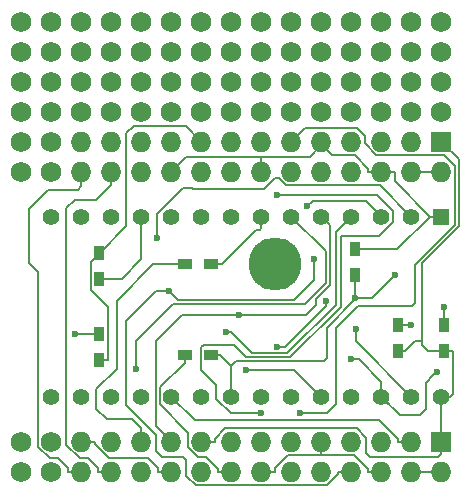
<source format=gbl>
G04 #@! TF.FileFunction,Copper,L2,Bot,Signal*
%FSLAX46Y46*%
G04 Gerber Fmt 4.6, Leading zero omitted, Abs format (unit mm)*
G04 Created by KiCad (PCBNEW 4.0.2-stable) date 2016/05/22 12:46:19*
%MOMM*%
G01*
G04 APERTURE LIST*
%ADD10C,0.100000*%
%ADD11C,1.727200*%
%ADD12R,1.727200X1.727200*%
%ADD13O,1.727200X1.727200*%
%ADD14R,0.900000X1.200000*%
%ADD15R,1.397000X1.397000*%
%ADD16C,1.397000*%
%ADD17O,4.500000X4.500000*%
%ADD18R,1.200000X0.900000*%
%ADD19C,0.600000*%
%ADD20C,0.180000*%
G04 APERTURE END LIST*
D10*
D11*
X132080000Y-119126000D03*
X129540000Y-119126000D03*
X132080000Y-116586000D03*
X129540000Y-116586000D03*
X132080000Y-93726000D03*
X129540000Y-93726000D03*
X132080000Y-91186000D03*
X129540000Y-91186000D03*
X165100000Y-88646000D03*
X162560000Y-88646000D03*
X160020000Y-88646000D03*
X157480000Y-88646000D03*
X154940000Y-88646000D03*
X152400000Y-88646000D03*
X149860000Y-88646000D03*
X147320000Y-88646000D03*
X144780000Y-88646000D03*
X142240000Y-88646000D03*
X139700000Y-88646000D03*
X137160000Y-88646000D03*
X134620000Y-88646000D03*
X132080000Y-88646000D03*
X129540000Y-88646000D03*
X165100000Y-86106000D03*
X162560000Y-86106000D03*
X160020000Y-86106000D03*
X157480000Y-86106000D03*
X154940000Y-86106000D03*
X152400000Y-86106000D03*
X149860000Y-86106000D03*
X147320000Y-86106000D03*
X144780000Y-86106000D03*
X142240000Y-86106000D03*
X139700000Y-86106000D03*
X137160000Y-86106000D03*
X134620000Y-86106000D03*
X132080000Y-86106000D03*
X129540000Y-86106000D03*
X165100000Y-83566000D03*
X162560000Y-83566000D03*
X160020000Y-83566000D03*
X157480000Y-83566000D03*
X154940000Y-83566000D03*
X152400000Y-83566000D03*
X149860000Y-83566000D03*
X147320000Y-83566000D03*
X144780000Y-83566000D03*
X142240000Y-83566000D03*
X139700000Y-83566000D03*
X137160000Y-83566000D03*
X134620000Y-83566000D03*
X132080000Y-83566000D03*
X129540000Y-83566000D03*
X165100000Y-81026000D03*
X162560000Y-81026000D03*
X160020000Y-81026000D03*
X157480000Y-81026000D03*
X154940000Y-81026000D03*
X152400000Y-81026000D03*
X149860000Y-81026000D03*
X147320000Y-81026000D03*
X144780000Y-81026000D03*
X142240000Y-81026000D03*
X139700000Y-81026000D03*
X137160000Y-81026000D03*
X134620000Y-81026000D03*
X132080000Y-81026000D03*
D12*
X165100000Y-91186000D03*
D13*
X165100000Y-93726000D03*
X162560000Y-91186000D03*
X162560000Y-93726000D03*
X160020000Y-91186000D03*
X160020000Y-93726000D03*
X157480000Y-91186000D03*
X157480000Y-93726000D03*
X154940000Y-91186000D03*
X154940000Y-93726000D03*
X152400000Y-91186000D03*
X152400000Y-93726000D03*
X149860000Y-91186000D03*
X149860000Y-93726000D03*
X147320000Y-91186000D03*
X147320000Y-93726000D03*
X144780000Y-91186000D03*
X144780000Y-93726000D03*
X142240000Y-91186000D03*
X142240000Y-93726000D03*
X139700000Y-91186000D03*
X139700000Y-93726000D03*
X137160000Y-91186000D03*
X137160000Y-93726000D03*
X134620000Y-91186000D03*
X134620000Y-93726000D03*
D14*
X136144000Y-109685000D03*
X136144000Y-107485000D03*
X157798000Y-102510000D03*
X157798000Y-100310000D03*
D15*
X165100000Y-97536000D03*
D16*
X162560000Y-97536000D03*
X160020000Y-97536000D03*
X157480000Y-97536000D03*
X154940000Y-97536000D03*
X152400000Y-97536000D03*
X149860000Y-97536000D03*
X147320000Y-97536000D03*
X144780000Y-97536000D03*
X142240000Y-97536000D03*
X139700000Y-97536000D03*
X137160000Y-97536000D03*
X134620000Y-97536000D03*
X132080000Y-97536000D03*
X132080000Y-112776000D03*
X134620000Y-112776000D03*
X137160000Y-112776000D03*
X139700000Y-112776000D03*
X142240000Y-112776000D03*
X144780000Y-112776000D03*
X147320000Y-112776000D03*
X149860000Y-112776000D03*
X152400000Y-112776000D03*
X154940000Y-112776000D03*
X157480000Y-112776000D03*
X160020000Y-112776000D03*
X162560000Y-112776000D03*
X165100000Y-112776000D03*
D12*
X165100000Y-116586000D03*
D13*
X165100000Y-119126000D03*
X162560000Y-116586000D03*
X162560000Y-119126000D03*
X160020000Y-116586000D03*
X160020000Y-119126000D03*
X157480000Y-116586000D03*
X157480000Y-119126000D03*
X154940000Y-116586000D03*
X154940000Y-119126000D03*
X152400000Y-116586000D03*
X152400000Y-119126000D03*
X149860000Y-116586000D03*
X149860000Y-119126000D03*
X147320000Y-116586000D03*
X147320000Y-119126000D03*
X144780000Y-116586000D03*
X144780000Y-119126000D03*
X142240000Y-116586000D03*
X142240000Y-119126000D03*
X139700000Y-116586000D03*
X139700000Y-119126000D03*
X137160000Y-116586000D03*
X137160000Y-119126000D03*
X134620000Y-116586000D03*
X134620000Y-119126000D03*
D17*
X151000000Y-101571000D03*
D14*
X136144000Y-102827000D03*
X136144000Y-100627000D03*
X165354000Y-108923000D03*
X165354000Y-106723000D03*
D11*
X129540000Y-81026000D03*
D18*
X143426000Y-101536000D03*
X145626000Y-101536000D03*
X143362000Y-109220000D03*
X145562000Y-109220000D03*
D14*
X161417000Y-108902500D03*
X161417000Y-106702500D03*
D19*
X141018200Y-99347600D03*
X153733500Y-96647000D03*
X154305000Y-101155500D03*
X142049500Y-103822500D03*
X146875500Y-107314996D03*
X147955000Y-105854500D03*
X157797506Y-104457500D03*
X161127000Y-102510000D03*
X148590000Y-110490000D03*
X164719014Y-110680500D03*
X157480000Y-109601000D03*
X157860998Y-107061000D03*
X153088400Y-114209200D03*
X151193500Y-95694496D03*
X149860000Y-114197900D03*
X151205007Y-108561458D03*
X155321000Y-104648000D03*
X139238600Y-110441900D03*
X165354000Y-105156000D03*
X162560000Y-106743500D03*
X134052400Y-107485000D03*
D20*
X143248300Y-95123000D02*
X141018200Y-97353100D01*
X144048022Y-95123000D02*
X143248300Y-95123000D01*
X150054518Y-95179612D02*
X144104634Y-95179612D01*
X151335533Y-94260529D02*
X150973601Y-94260529D01*
X159863601Y-94839601D02*
X151914605Y-94839601D01*
X141018200Y-98923336D02*
X141018200Y-99347600D01*
X151914605Y-94839601D02*
X151335533Y-94260529D01*
X144104634Y-95179612D02*
X144048022Y-95123000D01*
X162560000Y-97536000D02*
X159863601Y-94839601D01*
X141018200Y-97353100D02*
X141018200Y-98923336D01*
X150973601Y-94260529D02*
X150054518Y-95179612D01*
X138430000Y-113474500D02*
X138430000Y-111442500D01*
X140970000Y-103822500D02*
X138430000Y-106362500D01*
X138430000Y-106362500D02*
X138430000Y-111442500D01*
X142049500Y-103822500D02*
X140970000Y-103822500D01*
X154114500Y-96266000D02*
X154114500Y-96247488D01*
X153733500Y-96647000D02*
X154114500Y-96266000D01*
X154305000Y-102933500D02*
X154305000Y-101155500D01*
X152654000Y-104584500D02*
X154305000Y-102933500D01*
X142811500Y-104584500D02*
X152654000Y-104584500D01*
X142049500Y-103822500D02*
X142811500Y-104584500D01*
X154114500Y-96247488D02*
X158731488Y-96247488D01*
X159321501Y-96837501D02*
X160020000Y-97536000D01*
X158731488Y-96247488D02*
X159321501Y-96837501D01*
X157480000Y-119126000D02*
X156366100Y-119126000D01*
X143510000Y-118173500D02*
X143192500Y-117856000D01*
X156366100Y-119126000D02*
X156366100Y-119356800D01*
X156366100Y-119356800D02*
X155452000Y-120270900D01*
X144290700Y-120270900D02*
X143510000Y-119490200D01*
X155452000Y-120270900D02*
X144290700Y-120270900D01*
X143510000Y-119490200D02*
X143510000Y-118173500D01*
X143192500Y-117856000D02*
X141478000Y-117856000D01*
X140970000Y-116014500D02*
X138430000Y-113474500D01*
X141478000Y-117856000D02*
X140970000Y-117348000D01*
X140970000Y-117348000D02*
X140970000Y-116014500D01*
X149096246Y-109111478D02*
X147299764Y-107314996D01*
X156188501Y-98827499D02*
X156188501Y-104986999D01*
X147299764Y-107314996D02*
X146875500Y-107314996D01*
X152064022Y-109111478D02*
X149096246Y-109111478D01*
X156188501Y-104986999D02*
X152064022Y-109111478D01*
X157480000Y-97536000D02*
X156188501Y-98827499D01*
X147955000Y-105854500D02*
X143144500Y-105854500D01*
X153670000Y-105854500D02*
X147955000Y-105854500D01*
X154495500Y-105029000D02*
X153670000Y-105854500D01*
X141376401Y-115722401D02*
X142240000Y-116586000D01*
X140903000Y-115249000D02*
X141376401Y-115722401D01*
X140903000Y-108096000D02*
X140903000Y-115249000D01*
X155661010Y-103355490D02*
X154495500Y-104521000D01*
X154940000Y-97536000D02*
X155661010Y-98257010D01*
X155661010Y-98257010D02*
X155661010Y-103355490D01*
X143144500Y-105854500D02*
X140903000Y-108096000D01*
X154495500Y-104521000D02*
X154495500Y-105029000D01*
X139700000Y-97536000D02*
X139700000Y-101155500D01*
X139700000Y-101155500D02*
X138028500Y-102827000D01*
X138028500Y-102827000D02*
X136144000Y-102827000D01*
X162560000Y-116586000D02*
X161446100Y-116586000D01*
X144223600Y-114759600D02*
X142240000Y-112776000D01*
X159850500Y-114759600D02*
X144223600Y-114759600D01*
X161446100Y-116355200D02*
X159850500Y-114759600D01*
X161446100Y-116586000D02*
X161446100Y-116355200D01*
X157798000Y-104457006D02*
X157797506Y-104457500D01*
X161127000Y-102510000D02*
X159179500Y-104457500D01*
X157798000Y-102510000D02*
X157798000Y-104457006D01*
X159179500Y-104457500D02*
X158221770Y-104457500D01*
X158221770Y-104457500D02*
X157797506Y-104457500D01*
X157798000Y-102510000D02*
X157798000Y-103290000D01*
X157798000Y-103290000D02*
X157797500Y-103290500D01*
X157797500Y-103290500D02*
X157797500Y-104521000D01*
X157797500Y-104521000D02*
X155384500Y-106934000D01*
X155384500Y-106934000D02*
X155384500Y-109537500D01*
X155384500Y-109537500D02*
X155130500Y-109791500D01*
X155130500Y-109791500D02*
X147675500Y-109791500D01*
X147675500Y-109791500D02*
X147294500Y-110172500D01*
X147320000Y-112776000D02*
X147320000Y-110198000D01*
X147320000Y-110198000D02*
X147294500Y-110172500D01*
X147294500Y-110172500D02*
X146342000Y-109220000D01*
X146342000Y-109220000D02*
X145562000Y-109220000D01*
X145562000Y-109220000D02*
X145712000Y-109220000D01*
X149014264Y-110490000D02*
X148590000Y-110490000D01*
X152654000Y-110490000D02*
X149014264Y-110490000D01*
X154940000Y-112776000D02*
X152654000Y-110490000D01*
X160020000Y-112776000D02*
X161607500Y-114363500D01*
X161607500Y-114363500D02*
X163258500Y-114363500D01*
X163258500Y-114363500D02*
X163766500Y-113855500D01*
X164419015Y-110980499D02*
X164719014Y-110680500D01*
X163766500Y-113855500D02*
X163766500Y-111633014D01*
X163766500Y-111633014D02*
X164419015Y-110980499D01*
X160020000Y-112776000D02*
X160718500Y-113474500D01*
X158115000Y-109601000D02*
X160020000Y-111506000D01*
X160020000Y-111506000D02*
X160020000Y-112776000D01*
X157480000Y-109601000D02*
X158115000Y-109601000D01*
X157860998Y-107485264D02*
X157860998Y-107061000D01*
X157860998Y-108076998D02*
X157860998Y-107485264D01*
X162560000Y-112776000D02*
X157860998Y-108076998D01*
X163449000Y-101484600D02*
X163449000Y-108077000D01*
X163449000Y-108077000D02*
X163449000Y-108394500D01*
X161417000Y-108902500D02*
X162047000Y-108902500D01*
X162047000Y-108902500D02*
X162872500Y-108077000D01*
X162872500Y-108077000D02*
X163449000Y-108077000D01*
X144780000Y-91186000D02*
X143446500Y-89852500D01*
X143446500Y-89852500D02*
X139065000Y-89852500D01*
X139065000Y-89852500D02*
X138430000Y-90487500D01*
X138430000Y-90487500D02*
X138430000Y-98374600D01*
X138430000Y-98374600D02*
X136177600Y-100627000D01*
X159067500Y-117856000D02*
X158750000Y-117538500D01*
X158750000Y-117538500D02*
X158750000Y-116274900D01*
X164846000Y-117856000D02*
X159067500Y-117856000D01*
X165072400Y-117629600D02*
X164846000Y-117856000D01*
X165100000Y-117629600D02*
X165072400Y-117629600D01*
X165100000Y-116586000D02*
X165100000Y-117629600D01*
X165100000Y-112776000D02*
X165100000Y-113763828D01*
X165100000Y-113763828D02*
X165100000Y-116586000D01*
X165354000Y-108923000D02*
X163977500Y-108923000D01*
X163977500Y-108923000D02*
X163449000Y-108394500D01*
X166052500Y-110045500D02*
X166052500Y-112331500D01*
X165984000Y-108923000D02*
X166052500Y-108991500D01*
X166052500Y-112331500D02*
X166052500Y-112585500D01*
X165354000Y-108923000D02*
X165984000Y-108923000D01*
X166052500Y-108991500D02*
X166052500Y-112331500D01*
X165100000Y-91186000D02*
X166595900Y-92681900D01*
X166595900Y-92681900D02*
X166595900Y-98337700D01*
X166595900Y-98337700D02*
X163449000Y-101484600D01*
X165354000Y-108923000D02*
X165692000Y-108923000D01*
X166052500Y-112585500D02*
X165862000Y-112776000D01*
X165862000Y-112776000D02*
X165100000Y-112776000D01*
X136144000Y-100627000D02*
X136177600Y-100627000D01*
X136844300Y-105155900D02*
X136844300Y-109685000D01*
X135443600Y-103755200D02*
X136844300Y-105155900D01*
X135443600Y-101361000D02*
X135443600Y-103755200D01*
X136177600Y-100627000D02*
X135443600Y-101361000D01*
X136144000Y-109685000D02*
X136844300Y-109685000D01*
X145893900Y-116355200D02*
X145893900Y-116586000D01*
X146806200Y-115442900D02*
X145893900Y-116355200D01*
X157918000Y-115442900D02*
X146806200Y-115442900D01*
X158750000Y-116274900D02*
X157918000Y-115442900D01*
X144780000Y-116586000D02*
X145893900Y-116586000D01*
X155411800Y-114209200D02*
X153512664Y-114209200D01*
X152400000Y-91186000D02*
X153519500Y-90066500D01*
X158594000Y-91343500D02*
X159550500Y-92300000D01*
X153519500Y-90066500D02*
X157941600Y-90066500D01*
X157941600Y-90066500D02*
X158594000Y-90718900D01*
X158594000Y-90718900D02*
X158594000Y-91343500D01*
X166235700Y-98216500D02*
X162852200Y-101600000D01*
X162852200Y-104863800D02*
X162623500Y-105092500D01*
X165304200Y-92300000D02*
X166235700Y-93231500D01*
X159550500Y-92300000D02*
X165304200Y-92300000D01*
X166235700Y-93231500D02*
X166235700Y-98216500D01*
X162623500Y-105092500D02*
X158051500Y-105092500D01*
X162852200Y-101600000D02*
X162852200Y-104863800D01*
X158051500Y-105092500D02*
X156210000Y-106934000D01*
X156210000Y-106934000D02*
X156210000Y-113411000D01*
X156210000Y-113411000D02*
X155411800Y-114209200D01*
X153512664Y-114209200D02*
X153088400Y-114209200D01*
X151235524Y-95736520D02*
X151193500Y-95694496D01*
X152295511Y-109451489D02*
X156591000Y-105156000D01*
X144711600Y-108618700D02*
X144957299Y-108373001D01*
X159772782Y-99187000D02*
X160968501Y-97991281D01*
X160968501Y-97991281D02*
X160968501Y-97080719D01*
X159624302Y-95736520D02*
X151235524Y-95736520D01*
X156591000Y-105156000D02*
X156591000Y-99187000D01*
X148578987Y-109451489D02*
X152295511Y-109451489D01*
X144957299Y-108373001D02*
X147500499Y-108373001D01*
X144711600Y-110488600D02*
X144711600Y-108618700D01*
X156591000Y-99187000D02*
X159772782Y-99187000D01*
X146050100Y-112951300D02*
X146050100Y-111827100D01*
X160968501Y-97080719D02*
X159624302Y-95736520D01*
X147296700Y-114197900D02*
X146050100Y-112951300D01*
X149860000Y-114197900D02*
X147296700Y-114197900D01*
X146050100Y-111827100D02*
X144711600Y-110488600D01*
X147500499Y-108373001D02*
X148578987Y-109451489D01*
X137160000Y-119126000D02*
X136046100Y-119126000D01*
X135210800Y-118012100D02*
X134462600Y-118012100D01*
X136046100Y-119126000D02*
X136046100Y-118847400D01*
X134077600Y-96109900D02*
X135890000Y-96109900D01*
X136046100Y-118847400D02*
X135210800Y-118012100D01*
X134462600Y-118012100D02*
X133350000Y-116899500D01*
X133350000Y-116899500D02*
X133350000Y-96837500D01*
X133350000Y-96837500D02*
X134077600Y-96109900D01*
X135890000Y-96109900D02*
X137160000Y-94839900D01*
X137160000Y-94839900D02*
X137160000Y-93726000D01*
X134620000Y-93726000D02*
X134620000Y-94947314D01*
X133506100Y-119126000D02*
X134620000Y-119126000D01*
X134620000Y-94947314D02*
X134317314Y-95250000D01*
X134317314Y-95250000D02*
X131826000Y-95250000D01*
X130175000Y-101449900D02*
X130960100Y-102235000D01*
X133506100Y-118847400D02*
X133506100Y-119126000D01*
X131826000Y-95250000D02*
X130175000Y-96901000D01*
X130175000Y-96901000D02*
X130175000Y-101449900D01*
X130960100Y-102235000D02*
X130960100Y-117049600D01*
X130960100Y-117049600D02*
X131922600Y-118012100D01*
X131922600Y-118012100D02*
X132670800Y-118012100D01*
X132670800Y-118012100D02*
X133506100Y-118847400D01*
X155321000Y-104648000D02*
X155321000Y-105072264D01*
X151831806Y-108561458D02*
X151629271Y-108561458D01*
X155321000Y-105072264D02*
X151831806Y-108561458D01*
X151629271Y-108561458D02*
X151205007Y-108561458D01*
X143510000Y-92456000D02*
X149860000Y-92456000D01*
X149860000Y-92456000D02*
X152013100Y-92456000D01*
X149860000Y-93726000D02*
X149860000Y-92456000D01*
X142240000Y-93726000D02*
X143510000Y-92456000D01*
X160020000Y-119126000D02*
X158906100Y-119126000D01*
X154940000Y-116586000D02*
X154940000Y-117699900D01*
X158906100Y-118895200D02*
X158906100Y-119126000D01*
X157710800Y-117699900D02*
X158906100Y-118895200D01*
X154940000Y-117699900D02*
X157710800Y-117699900D01*
X165100000Y-97536000D02*
X164151600Y-97536000D01*
X160020000Y-93726000D02*
X161133900Y-93726000D01*
X161377600Y-100310000D02*
X164151600Y-97536000D01*
X157798000Y-100310000D02*
X161377600Y-100310000D01*
X161133900Y-94518300D02*
X161133900Y-93726000D01*
X164151600Y-97536000D02*
X161133900Y-94518300D01*
X152121500Y-117699900D02*
X154940000Y-117699900D01*
X150973900Y-118847500D02*
X152121500Y-117699900D01*
X150973900Y-119126000D02*
X150973900Y-118847500D01*
X149860000Y-119126000D02*
X150973900Y-119126000D01*
X135733900Y-116816800D02*
X135733900Y-116586000D01*
X136929200Y-118012100D02*
X135733900Y-116816800D01*
X140290800Y-118012100D02*
X136929200Y-118012100D01*
X141126100Y-118847400D02*
X140290800Y-118012100D01*
X141126100Y-119126000D02*
X141126100Y-118847400D01*
X142240000Y-119126000D02*
X141126100Y-119126000D01*
X134620000Y-116586000D02*
X135733900Y-116586000D01*
X160020000Y-93726000D02*
X158906100Y-93726000D01*
X158906100Y-93495200D02*
X158906100Y-93726000D01*
X157746500Y-92335600D02*
X158906100Y-93495200D01*
X155805500Y-92335600D02*
X157746500Y-92335600D01*
X154940000Y-91470100D02*
X155805500Y-92335600D01*
X154940000Y-91186000D02*
X154940000Y-91470100D01*
X153954100Y-92456000D02*
X152013100Y-92456000D01*
X154940000Y-91470100D02*
X153954100Y-92456000D01*
X145626000Y-101536000D02*
X146558500Y-101536000D01*
X146558500Y-101536000D02*
X149415500Y-98679000D01*
X149860000Y-98523828D02*
X149860000Y-97536000D01*
X149415500Y-98679000D02*
X149704828Y-98679000D01*
X149704828Y-98679000D02*
X149860000Y-98523828D01*
X152400000Y-97536000D02*
X155321000Y-100457000D01*
X139238600Y-110017636D02*
X139238600Y-110441900D01*
X155321000Y-100457000D02*
X155321000Y-103187500D01*
X155321000Y-103187500D02*
X153543000Y-104965500D01*
X153543000Y-104965500D02*
X142363200Y-104965500D01*
X142363200Y-104965500D02*
X139238600Y-108090100D01*
X139238600Y-108090100D02*
X139238600Y-110017636D01*
X162560000Y-119126000D02*
X165100000Y-119126000D01*
X162560000Y-93726000D02*
X165100000Y-93726000D01*
X165354000Y-105156000D02*
X165354000Y-106723000D01*
X161480500Y-106743500D02*
X162560000Y-106743500D01*
X137604500Y-104648000D02*
X137604500Y-110426500D01*
X143426000Y-101536000D02*
X140716500Y-101536000D01*
X140716500Y-101536000D02*
X137604500Y-104648000D01*
X135890000Y-112141000D02*
X135890000Y-113792000D01*
X136779000Y-114681000D02*
X138908900Y-114681000D01*
X137604500Y-110426500D02*
X135890000Y-112141000D01*
X135890000Y-113792000D02*
X136779000Y-114681000D01*
X138908900Y-114681000D02*
X139700000Y-115472100D01*
X139700000Y-115472100D02*
X139700000Y-116586000D01*
X143362000Y-109220000D02*
X143362000Y-109920300D01*
X147320000Y-119126000D02*
X146206100Y-119126000D01*
X146206100Y-118895200D02*
X146206100Y-119126000D01*
X145166900Y-117856000D02*
X146206100Y-118895200D01*
X144466500Y-117856000D02*
X145166900Y-117856000D01*
X143666000Y-117055500D02*
X144466500Y-117856000D01*
X143666000Y-115827300D02*
X143666000Y-117055500D01*
X141281900Y-113443200D02*
X143666000Y-115827300D01*
X141281900Y-112000400D02*
X141281900Y-113443200D01*
X143362000Y-109920300D02*
X141281900Y-112000400D01*
X136144000Y-107485000D02*
X134052400Y-107485000D01*
M02*

</source>
